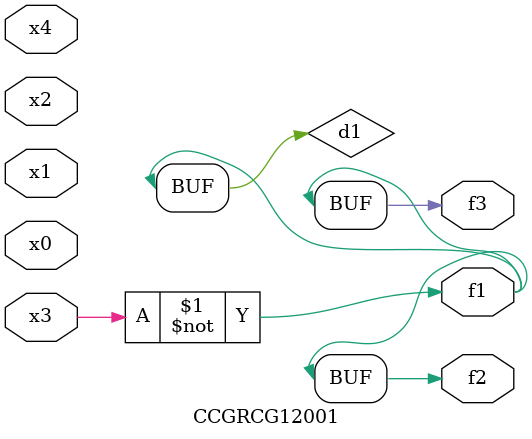
<source format=v>
module CCGRCG12001(
	input x0, x1, x2, x3, x4,
	output f1, f2, f3
);

	wire d1, d2;

	xnor (d1, x3);
	not (d2, x1);
	assign f1 = d1;
	assign f2 = d1;
	assign f3 = d1;
endmodule

</source>
